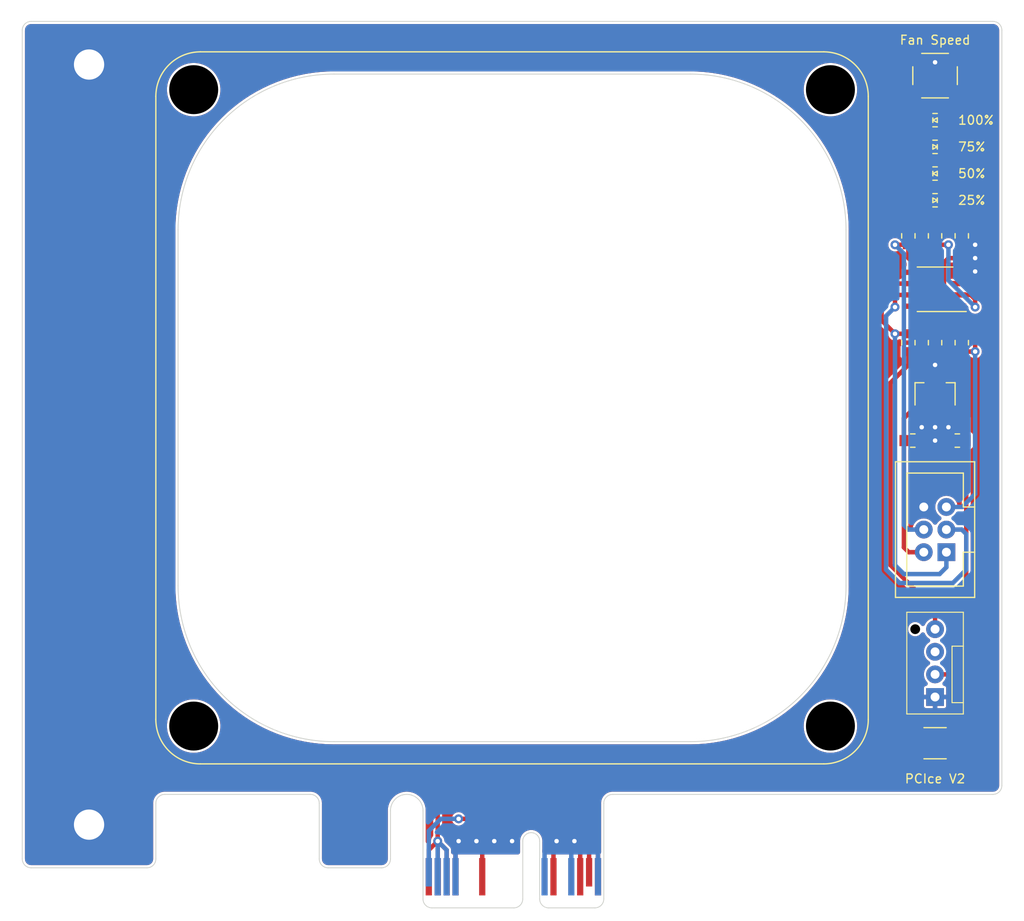
<source format=kicad_pcb>
(kicad_pcb (version 20211014) (generator pcbnew)
  (layers (0 "F.Cu" signal) (31 "B.Cu" signal) (34 "B.Paste" user) (35 "F.Paste" user) (36 "B.SilkS" user "B.Silkscreen") (37 "F.SilkS" user "F.Silkscreen") (38 "B.Mask" user) (39 "F.Mask" user) (44 "Edge.Cuts" user))
  (net 0 "")
  (net 1 "+12V")
  (net 2 "GND")
  (net 3 "+5V")
  (net 4 "/PB2")
  (net 5 "Net-(D1-Pad2)")
  (net 6 "Net-(D2-Pad1)")
  (net 7 "Net-(F1-Pad2)")
  (net 8 "/PB1")
  (net 9 "/PB0")
  (net 10 "/RESET")
  (net 12 "Net-(J2-Pad4)")
  (net 13 "Net-(J3-PadA1)")
  (net 14 "/PB3")
  (net 15 "/PB4")
  (footprint "_Footprints:PCIE_X1_12V" (layer "F.Cu") (at 50 150)
    (fp_text reference "J3" hide)
    (fp_text value "PCIE X1 12V" hide)
    (fp_line (start 65.3 3.5) (end 65.3 -7.25) (layer "Edge.Cuts") (width 0.1))
    (fp_line (start 45 3.5) (end 45 -6.425) (layer "Edge.Cuts") (width 0.1))
    (fp_line (start 59.1 4.5) (end 64.3 4.5) (layer "Edge.Cuts") (width 0.1))
    (fp_line (start 46 4.5) (end 55.2 4.5) (layer "Edge.Cuts") (width 0.1))
    (fp_line (start 56.2 -3) (end 56.2 3.5) (layer "Edge.Cuts") (width 0.1))
    (fp_line (start 0 -1) (end 0 -94.1) (layer "Edge.Cuts") (width 0.1))
    (fp_line (start 1 -95.1) (end 66.3 -95.1) (layer "Edge.Cuts") (width 0.1))
    (fp_line (start 58.1 -3) (end 58.1 3.5) (layer "Edge.Cuts") (width 0.1))
    (fp_line (start 41.35 -6.425) (end 41.35 -1) (layer "Edge.Cuts") (width 0.1))
    (fp_line (start 1 0) (end 14 0) (layer "Edge.Cuts") (width 0.1))
    (fp_line (start 33.35 -1) (end 33.35 -7.25) (layer "Edge.Cuts") (width 0.1))
    (fp_line (start 40.35 0) (end 34.35 0) (layer "Edge.Cuts") (width 0.1))
    (fp_line (start 15 -1) (end 15 -7.25) (layer "Edge.Cuts") (width 0.1))
    (fp_line (start 32.35 -8.25) (end 16 -8.25) (layer "Edge.Cuts") (width 0.1))
    (fp_arc (start 46 4.5) (mid 45.292894 4.207106) (end 45 3.5) (layer "Edge.Cuts") (width 0.1))
    (fp_arc (start 41.35 -6.425) (mid 43.175 -8.25) (end 45 -6.425) (layer "Edge.Cuts") (width 0.1))
    (fp_arc (start 32.35 -8.25) (mid 33.057106 -7.957106) (end 33.35 -7.25) (layer "Edge.Cuts") (width 0.1))
    (fp_arc (start 59.1 4.5) (mid 58.392894 4.207106) (end 58.1 3.5) (layer "Edge.Cuts") (width 0.1))
    (fp_arc (start 41.35 -1) (mid 41.057106 -0.292894) (end 40.35 0) (layer "Edge.Cuts") (width 0.1))
    (fp_arc (start 56.2 -3) (mid 57.15 -3.95) (end 58.1 -3) (layer "Edge.Cuts") (width 0.1))
    (fp_arc (start 65.3 -7.25) (mid 65.592894 -7.957106) (end 66.3 -8.25) (layer "Edge.Cuts") (width 0.1))
    (fp_arc (start 65.3 3.5) (mid 65.007106 4.207106) (end 64.3 4.5) (layer "Edge.Cuts") (width 0.1))
    (fp_arc (start 34.35 0) (mid 33.642894 -0.292894) (end 33.35 -1) (layer "Edge.Cuts") (width 0.1))
    (fp_arc (start 1 0) (mid 0.292894 -0.292894) (end 0 -1) (layer "Edge.Cuts") (width 0.1))
    (fp_arc (start 15 -1) (mid 14.707106 -0.292894) (end 14 0) (layer "Edge.Cuts") (width 0.1))
    (fp_arc (start 0 -94.1) (mid 0.292893 -94.807107) (end 1 -95.1) (layer "Edge.Cuts") (width 0.1))
    (fp_arc (start 56.2 3.5) (mid 55.907106 4.207106) (end 55.2 4.5) (layer "Edge.Cuts") (width 0.1))
    (fp_arc (start 15 -7.25) (mid 15.292894 -7.957106) (end 16 -8.25) (layer "Edge.Cuts") (width 0.1))
    (pad "A1" connect rect locked (at 45.65 0.5) (size 0.7 3.2) (layers "B.Cu" "B.Mask") (net 13 "Net-(J3-PadA1)"))
    (pad "A2" connect rect locked (at 46.65 1) (size 0.7 4.2) (layers "B.Cu" "B.Mask") (net 7 "Net-(F1-Pad2)"))
    (pad "A3" connect rect locked (at 47.65 1) (size 0.7 4.2) (layers "B.Cu" "B.Mask") (net 7 "Net-(F1-Pad2)"))
    (pad "A4" connect rect locked (at 48.65 1) (size 0.7 4.2) (layers "B.Cu" "B.Mask") (net 2 "GND"))
    (pad "A12" connect rect locked (at 58.65 1) (size 0.7 4.2) (layers "B.Cu" "B.Mask") (net 2 "GND"))
    (pad "A15" connect rect locked (at 61.65 1) (size 0.7 4.2) (layers "B.Cu" "B.Mask") (net 2 "GND"))
    (pad "A18" connect rect locked (at 64.65 1) (size 0.7 4.2) (layers "B.Cu" "B.Mask") (net 2 "GND"))
    (pad "B1" connect rect locked (at 45.65 1) (size 0.7 4.2) (layers "F.Cu" "F.Mask") (net 7 "Net-(F1-Pad2)"))
    (pad "B2" connect rect locked (at 46.65 1) (size 0.7 4.2) (layers "F.Cu" "F.Mask") (net 7 "Net-(F1-Pad2)"))
    (pad "B3" connect rect locked (at 47.65 1) (size 0.7 4.2) (layers "F.Cu" "F.Mask") (net 7 "Net-(F1-Pad2)"))
    (pad "B4" connect rect locked (at 48.65 1) (size 0.7 4.2) (layers "F.Cu" "F.Mask") (net 2 "GND"))
    (pad "B7" connect rect locked (at 51.65 1) (size 0.7 4.2) (layers "F.Cu" "F.Mask") (net 2 "GND"))
    (pad "B13" connect rect locked (at 59.65 1) (size 0.7 4.2) (layers "F.Cu" "F.Mask") (net 2 "GND"))
    (pad "B16" connect rect locked (at 62.65 1) (size 0.7 4.2) (layers "F.Cu" "F.Mask") (net 2 "GND"))
    (pad "B17" connect rect locked (at 63.65 0.5) (size 0.7 3.2) (layers "F.Cu" "F.Mask") (net 13 "Net-(J3-PadA1)"))
    (pad "B18" connect rect locked (at 64.65 1) (size 0.7 4.2) (layers "F.Cu" "F.Mask") (net 2 "GND"))
    (pad "BRACKET" thru_hole circle locked (at 7.5 -90.25) (size 6 6) (drill 3.4) (layers *.Cu *.Mask) (net 2 "GND"))
    (pad "BRACKET" thru_hole circle locked (at 7.5 -4.85) (size 6 6) (drill 3.4) (layers *.Cu *.Mask) (net 2 "GND"))
  )
  (footprint "_Footprints:LED_0805" (layer "F.Cu") (at 152.5 72)
    (fp_text reference "D2" hide)
    (fp_text value "LED" hide)
    (fp_line (start -0.25 0) (end 0.25 0.25) (layer "F.SilkS") (width 0.15))
    (fp_line (start -0.25 0.25) (end -0.25 -0.25) (layer "F.SilkS") (width 0.15))
    (fp_line (start -0.25 -0.75) (end 0.25 -0.75) (layer "F.SilkS") (width 0.15))
    (fp_line (start 0.25 0.25) (end 0.25 -0.25) (layer "F.SilkS") (width 0.15))
    (fp_line (start -0.25 0.75) (end 0.25 0.75) (layer "F.SilkS") (width 0.15))
    (fp_line (start 0.25 -0.25) (end -0.25 0) (layer "F.SilkS") (width 0.15))
    (pad "1" smd rect (at -1 0) (size 1 1.25) (layers "F.Cu" "F.Paste" "F.Mask") (net 6 "Net-(D2-Pad1)"))
    (pad "2" smd rect (at 1 0) (size 1 1.25) (layers "F.Cu" "F.Paste" "F.Mask") (net 4 "/PB2"))
  )
  (footprint "_Footprints:GENERIC_LOW_PROFILE_SWITCH" (layer "F.Cu") (at 152.5 61)
    (fp_text reference "SW1" hide)
    (fp_text value "LPTS" hide)
    (fp_line (start -1.5 -2.5) (end 1.5 -2.5) (layer "F.SilkS") (width 0.15))
    (fp_line (start -2.5 1) (end -2.5 -1) (layer "F.SilkS") (width 0.15))
    (fp_line (start -1.5 2.5) (end 1.5 2.5) (layer "F.SilkS") (width 0.15))
    (fp_line (start 2.5 1) (end 2.5 -1) (layer "F.SilkS") (width 0.15))
    (pad "1" smd rect (at -3 -1.875) (size 1.5 1) (layers "F.Cu" "F.Paste" "F.Mask") (net 2 "GND"))
    (pad "1" smd rect (at 3 -1.875) (size 1.5 1) (layers "F.Cu" "F.Paste" "F.Mask") (net 2 "GND"))
    (pad "2" smd rect (at -3 1.875) (size 1.5 1) (layers "F.Cu" "F.Paste" "F.Mask") (net 15 "/PB4"))
    (pad "2" smd rect (at 3 1.875) (size 1.5 1) (layers "F.Cu" "F.Paste" "F.Mask") (net 15 "/PB4"))
  )
  (footprint "_Footprints:C_0805" (layer "F.Cu") (at 150 102)
    (fp_text reference "C2" hide)
    (fp_text value "1U" hide)
    (fp_line (start -0.25 -0.75) (end 0.25 -0.75) (layer "F.SilkS") (width 0.15))
    (fp_line (start -0.25 0.75) (end 0.25 0.75) (layer "F.SilkS") (width 0.15))
    (pad "1" smd rect (at -1 0) (size 1 1.25) (layers "F.Cu" "F.Paste" "F.Mask") (net 3 "+5V"))
    (pad "2" smd rect (at 1 0) (size 1 1.25) (layers "F.Cu" "F.Paste" "F.Mask") (net 2 "GND"))
  )
  (footprint "_Footprints:744-81-04TB1B" (layer "F.Cu") (at 152.5 127 90)
    (fp_text reference "J2" hide)
    (fp_text value "CON 3+1" hide)
    (fp_line (start -4.445 3.175) (end -4.445 1.905) (layer "F.SilkS") (width 0.12))
    (fp_line (start 5.715 -3.175) (end 5.715 3.175) (layer "F.SilkS") (width 0.12))
    (fp_line (start 1.905 1.905) (end 1.905 3.175) (layer "F.SilkS") (width 0.12))
    (fp_line (start -4.445 1.905) (end 1.905 1.905) (layer "F.SilkS") (width 0.12))
    (fp_line (start -5.715 3.175) (end -5.715 -3.175) (layer "F.SilkS") (width 0.12))
    (fp_line (start -5.715 -3.175) (end 5.715 -3.175) (layer "F.SilkS") (width 0.12))
    (fp_line (start 5.715 3.175) (end -5.715 3.175) (layer "F.SilkS") (width 0.12))
    (pad "" np_thru_hole circle (at 3.81 -2.23 90) (size 1.1 1.1) (drill 1.1) (layers *.Mask))
    (pad "1" thru_hole rect (at -3.81 0 90) (size 2 2) (drill 1) (layers *.Cu *.Mask) (net 2 "GND"))
    (pad "2" thru_hole circle (at -1.27 0 90) (size 2 2) (drill 1) (layers *.Cu *.Mask) (net 1 "+12V"))
    (pad "3" thru_hole circle (at 1.27 0 90) (size 2 2) (drill 1) (layers *.Cu *.Mask))
    (pad "4" thru_hole circle (at 3.81 0 90) (size 2 2) (drill 1) (layers *.Cu *.Mask) (net 12 "Net-(J2-Pad4)"))
  )
  (footprint "_Footprints:R_0805" (layer "F.Cu") (at 155.5 91 -90)
    (fp_text reference "R4" hide)
    (fp_text value "4K7" hide)
    (fp_line (start -0.25 0.75) (end 0.25 0.75) (layer "F.SilkS") (width 0.15))
    (fp_line (start -0.25 -0.75) (end 0.25 -0.75) (layer "F.SilkS") (width 0.15))
    (pad "1" smd rect (at -1 0 270) (size 1 1.25) (layers "F.Cu" "F.Paste" "F.Mask") (net 3 "+5V"))
    (pad "2" smd rect (at 1 0 270) (size 1 1.25) (layers "F.Cu" "F.Paste" "F.Mask") (net 10 "/RESET"))
  )
  (footprint "_Footprints:LED_0805" (layer "F.Cu") (at 152.5 69 180)
    (fp_text reference "D1" hide)
    (fp_text value "LED" hide)
    (fp_line (start 0.25 -0.25) (end -0.25 0) (layer "F.SilkS") (width 0.15))
    (fp_line (start -0.25 -0.75) (end 0.25 -0.75) (layer "F.SilkS") (width 0.15))
    (fp_line (start 0.25 0.25) (end 0.25 -0.25) (layer "F.SilkS") (width 0.15))
    (fp_line (start -0.25 0.25) (end -0.25 -0.25) (layer "F.SilkS") (width 0.15))
    (fp_line (start -0.25 0.75) (end 0.25 0.75) (layer "F.SilkS") (width 0.15))
    (fp_line (start -0.25 0) (end 0.25 0.25) (layer "F.SilkS") (width 0.15))
    (pad "1" smd rect (at -1 0 180) (size 1 1.25) (layers "F.Cu" "F.Paste" "F.Mask") (net 4 "/PB2"))
    (pad "2" smd rect (at 1 0 180) (size 1 1.25) (layers "F.Cu" "F.Paste" "F.Mask") (net 5 "Net-(D1-Pad2)"))
  )
  (footprint "_Footprints:FAN_80" (layer "F.Cu") (at 105 98.325)
    (fp_text reference "REF**" hide)
    (fp_text value "FAN_80" hide)
    (fp_line (start 35 -40) (end -35 -40) (layer "F.SilkS") (width 0.15))
    (fp_line (start 40 35) (end 40 -35) (layer "F.SilkS") (width 0.15))
    (fp_line (start -40 -35) (end -40 35) (layer "F.SilkS") (width 0.15))
    (fp_line (start -35 40) (end 35 40) (layer "F.SilkS") (width 0.15))
    (fp_arc (start -35 40) (mid -38.535534 38.535534) (end -40 35) (layer "F.SilkS") (width 0.15))
    (fp_arc (start 40 35) (mid 38.535534 38.535534) (end 35 40) (layer "F.SilkS") (width 0.15))
    (fp_arc (start 35 -40) (mid 38.535534 -38.535534) (end 40 -35) (layer "F.SilkS") (width 0.15))
    (fp_arc (start -40 -35) (mid -38.535534 -38.535534) (end -35 -40) (layer "F.SilkS") (width 0.15))
    (fp_line (start -37.5 -20) (end -37.5 20) (layer "Edge.Cuts") (width 0.1))
    (fp_line (start 37.5 20) (end 37.5 -20) (layer "Edge.Cuts") (width 0.1))
    (fp_line (start 20 -37.5) (end -20 -37.5) (layer "Edge.Cuts") (width 0.1))
    (fp_line (start -20 37.5) (end 20 37.5) (layer "Edge.Cuts") (width 0.1))
    (fp_arc (start 20 -37.5) (mid 32.374369 -32.374369) (end 37.5 -20) (layer "Edge.Cuts") (width 0.1))
    (fp_arc (start 37.5 20) (mid 32.374369 32.374369) (end 20 37.5) (layer "Edge.Cuts") (width 0.1))
    (fp_arc (start -37.5 -20) (mid -32.374369 -32.374369) (end -20 -37.5) (layer "Edge.Cuts") (width 0.1))
    (fp_arc (start -20 37.5) (mid -32.374369 32.374369) (end -37.5 20) (layer "Edge.Cuts") (width 0.1))
    (pad "" np_thru_hole circle locked (at 35.75 35.75) (size 5.5 5.5) (drill 5.5) (layers *.Mask))
    (pad "" np_thru_hole circle locked (at -35.75 35.75) (size 5.5 5.5) (drill 5.5) (layers *.Mask))
    (pad "" np_thru_hole circle locked (at -35.75 -35.75) (size 5.5 5.5) (drill 5.5) (layers *.Mask))
    (pad "" np_thru_hole circle locked (at 35.75 -35.75) (size 5.5 5.5) (drill 5.5) (layers *.Mask))
  )
  (footprint "_Footprints:C_0805" (layer "F.Cu") (at 152.5 91 -90)
    (fp_text reference "C3" hide)
    (fp_text value "100N" hide)
    (fp_line (start -0.25 0.75) (end 0.25 0.75) (layer "F.SilkS") (width 0.15))
    (fp_line (start -0.25 -0.75) (end 0.25 -0.75) (layer "F.SilkS") (width 0.15))
    (pad "1" smd rect (at -1 0 270) (size 1 1.25) (layers "F.Cu" "F.Paste" "F.Mask") (net 3 "+5V"))
    (pad "2" smd rect (at 1 0 270) (size 1 1.25) (layers "F.Cu" "F.Paste" "F.Mask") (net 2 "GND"))
  )
  (footprint "_Footprints:R_0805" (layer "F.Cu") (at 152.5 79 -90)
    (fp_text reference "R3" hide)
    (fp_text value "4K7" hide)
    (fp_line (start -0.25 0.75) (end 0.25 0.75) (layer "F.SilkS") (width 0.15))
    (fp_line (start -0.25 -0.75) (end 0.25 -0.75) (layer "F.SilkS") (width 0.15))
    (pad "1" smd rect (at -1 0 270) (size 1 1.25) (layers "F.Cu" "F.Paste" "F.Mask") (net 6 "Net-(D2-Pad1)"))
    (pad "2" smd rect (at 1 0 270) (size 1 1.25) (layers "F.Cu" "F.Paste" "F.Mask") (net 14 "/PB3"))
  )
  (footprint "_Footprints:LED_0805" (layer "F.Cu") (at 152.5 75 180)
    (fp_text reference "D4" hide)
    (fp_text value "LED" hide)
    (fp_line (start 0.25 -0.25) (end -0.25 0) (layer "F.SilkS") (width 0.15))
    (fp_line (start -0.25 -0.75) (end 0.25 -0.75) (layer "F.SilkS") (width 0.15))
    (fp_line (start -0.25 0.75) (end 0.25 0.75) (layer "F.SilkS") (width 0.15))
    (fp_line (start -0.25 0.25) (end -0.25 -0.25) (layer "F.SilkS") (width 0.15))
    (fp_line (start 0.25 0.25) (end 0.25 -0.25) (layer "F.SilkS") (width 0.15))
    (fp_line (start -0.25 0) (end 0.25 0.25) (layer "F.SilkS") (width 0.15))
    (pad "1" smd rect (at -1 0 180) (size 1 1.25) (layers "F.Cu" "F.Paste" "F.Mask") (net 4 "/PB2"))
    (pad "2" smd rect (at 1 0 180) (size 1 1.25) (layers "F.Cu" "F.Paste" "F.Mask") (net 6 "Net-(D2-Pad1)"))
  )
  (footprint "_Footprints:R_0805" (layer "F.Cu") (at 149.5 79 -90)
    (fp_text reference "R2" hide)
    (fp_text value "4K7" hide)
    (fp_line (start -0.25 0.75) (end 0.25 0.75) (layer "F.SilkS") (width 0.15))
    (fp_line (start -0.25 -0.75) (end 0.25 -0.75) (layer "F.SilkS") (width 0.15))
    (pad "1" smd rect (at -1 0 270) (size 1 1.25) (layers "F.Cu" "F.Paste" "F.Mask") (net 5 "Net-(D1-Pad2)"))
    (pad "2" smd rect (at 1 0 270) (size 1 1.25) (layers "F.Cu" "F.Paste" "F.Mask") (net 9 "/PB0"))
  )
  (footprint "_Footprints:LOGO_7C_6X5" (layer "F.Cu") (at 87.375 145.875)
    (fp_text reference "REF**" hide)
    (fp_text value "LOGO_7C" hide)
  )
  (footprint "_Footprints:SOIC-8" (layer "F.Cu") (at 152.5 85 180)
    (fp_text reference "U2" hide)
    (fp_text value "ATTINY13A" hide)
    (fp_line (start -3.5 -2.5) (end 2 -2.5) (layer "F.SilkS") (width 0.15))
    (fp_line (start -2 2.5) (end 2 2.5) (layer "F.SilkS") (width 0.15))
    (pad "1" smd rect (at -2.7 -1.905 180) (size 1.6 0.6) (layers "F.Cu" "F.Paste" "F.Mask") (net 10 "/RESET"))
    (pad "2" smd rect (at -2.7 -0.635 180) (size 1.6 0.6) (layers "F.Cu" "F.Paste" "F.Mask") (net 14 "/PB3"))
    (pad "3" smd rect (at -2.7 0.635 180) (size 1.6 0.6) (layers "F.Cu" "F.Paste" "F.Mask") (net 15 "/PB4"))
    (pad "4" smd rect (at -2.7 1.905 180) (size 1.6 0.6) (layers "F.Cu" "F.Paste" "F.Mask") (net 2 "GND"))
    (pad "5" smd rect (at 2.7 1.905 180) (size 1.6 0.6) (layers "F.Cu" "F.Paste" "F.Mask") (net 9 "/PB0"))
    (pad "6" smd rect (at 2.7 0.635 180) (size 1.6 0.6) (layers "F.Cu" "F.Paste" "F.Mask") (net 8 "/PB1"))
    (pad "7" smd rect (at 2.7 -0.635 180) (size 1.6 0.6) (layers "F.Cu" "F.Paste" "F.Mask") (net 4 "/PB2"))
    (pad "8" smd rect (at 2.7 -1.905 180) (size 1.6 0.6) (layers "F.Cu" "F.Paste" "F.Mask") (net 3 "+5V"))
  )
  (footprint "_Footprints:R_0805" (layer "F.Cu") (at 149.5 91 -90)
    (fp_text reference "R1" hide)
    (fp_text value "220" hide)
    (fp_line (start -0.25 -0.75) (end 0.25 -0.75) (layer "F.SilkS") (width 0.15))
    (fp_line (start -0.25 0.75) (end 0.25 0.75) (layer "F.SilkS") (width 0.15))
    (pad "1" smd rect (at -1 0 270) (size 1 1.25) (layers "F.Cu" "F.Paste" "F.Mask") (net 8 "/PB1"))
    (pad "2" smd rect (at 1 0 270) (size 1 1.25) (layers "F.Cu" "F.Paste" "F.Mask") (net 12 "Net-(J2-Pad4)"))
  )
  (footprint "_Footprints:LED_0805" (layer "F.Cu") (at 152.5 66)
    (fp_text reference "D3" hide)
    (fp_text value "LED" hide)
    (fp_line (start -0.25 -0.75) (end 0.25 -0.75) (layer "F.SilkS") (width 0.15))
    (fp_line (start -0.25 0.25) (end -0.25 -0.25) (layer "F.SilkS") (width 0.15))
    (fp_line (start -0.25 0) (end 0.25 0.25) (layer "F.SilkS") (width 0.15))
    (fp_line (start 0.25 -0.25) (end -0.25 0) (layer "F.SilkS") (width 0.15))
    (fp_line (start -0.25 0.75) (end 0.25 0.75) (layer "F.SilkS") (width 0.15))
    (fp_line (start 0.25 0.25) (end 0.25 -0.25) (layer "F.SilkS") (width 0.15))
    (pad "1" smd rect (at -1 0) (size 1 1.25) (layers "F.Cu" "F.Paste" "F.Mask") (net 5 "Net-(D1-Pad2)"))
    (pad "2" smd rect (at 1 0) (size 1 1.25) (layers "F.Cu" "F.Paste" "F.Mask") (net 4 "/PB2"))
  )
  (footprint "_Footprints:C_0805" (layer "F.Cu") (at 155 102 180)
    (fp_text reference "C1" hide)
    (fp_text value "1U" hide)
    (fp_line (start -0.25 -0.75) (end 0.25 -0.75) (layer "F.SilkS") (width 0.15))
    (fp_line (start -0.25 0.75) (end 0.25 0.75) (layer "F.SilkS") (width 0.15))
    (pad "1" smd rect (at -1 0 180) (size 1 1.25) (layers "F.Cu" "F.Paste" "F.Mask") (net 1 "+12V"))
    (pad "2" smd rect (at 1 0 180) (size 1 1.25) (layers "F.Cu" "F.Paste" "F.Mask") (net 2 "GND"))
  )
  (footprint "_Footprints:SOT89-3" (layer "F.Cu") (at 152.5 97)
    (fp_text reference "U1" hide)
    (fp_text value "5V SOT-89 REG" hide)
    (fp_line (start 2.25 -1.5) (end 1.25 -1.5) (layer "F.SilkS") (width 0.15))
    (fp_line (start -2.25 -1.5) (end -1.25 -1.5) (layer "F.SilkS") (width 0.15))
    (fp_line (start -2.25 1) (end -2.25 -1.5) (layer "F.SilkS") (width 0.15))
    (fp_line (start 2.25 1) (end 2.25 -1.5) (layer "F.SilkS") (width 0.15))
    (pad "1" smd rect (at -1.5 1.5) (size 0.75 1.5) (layers "F.Cu" "F.Paste" "F.Mask") (net 3 "+5V"))
    (pad "2" smd custom (at 0 1.5) (size 0.75 1.5) (layers "F.Cu" "F.Paste" "F.Mask") (net 2 "GND") (options (clearance outline) (anchor rect)) (primitives (gr_poly (pts (xy 1 -1.5) (xy 0.375 -0.75) (xy -0.375 -0.75) (xy -1 -1.5) (xy -1 -3.75) (xy 1 -3.75)) (width 0) (fill yes))))
    (pad "3" smd rect (at 1.5 1.5) (size 0.75 1.5) (layers "F.Cu" "F.Paste" "F.Mask") (net 1 "+12V"))
  )
  (footprint "_Footprints:R_0805" (layer "F.Cu") (at 155.5 79 90)
    (fp_text reference "R5" hide)
    (fp_text value "4K7" hide)
    (fp_line (start -0.25 0.75) (end 0.25 0.75) (layer "F.SilkS") (width 0.15))
    (fp_line (start -0.25 -0.75) (end 0.25 -0.75) (layer "F.SilkS") (width 0.15))
    (pad "1" smd rect (at -1 0 90) (size 1 1.25) (layers "F.Cu" "F.Paste" "F.Mask") (net 3 "+5V"))
    (pad "2" smd rect (at 1 0 90) (size 1 1.25) (layers "F.Cu" "F.Paste" "F.Mask") (net 15 "/PB4"))
  )
  (footprint "_Footprints:GENERIC_IDC_2X3" (layer "F.Cu") (at 152.5 112 90)
    (fp_text reference "J1" hide)
    (fp_text value "CON 2X3" hide)
    (fp_line (start -7.62 4.445) (end -7.62 -4.445) (layer "F.SilkS") (width 0.15))
    (fp_line (start 2.54 4.445) (end 2.54 3.175) (layer "F.SilkS") (width 0.15))
    (fp_line (start -2.54 4.445) (end -2.54 3.175) (layer "F.SilkS") (width 0.15))
    (fp_line (start -6.35 -3.175) (end -6.35 3.175) (layer "F.SilkS") (width 0.15))
    (fp_line (start 7.62 4.445) (end -7.62 4.445) (layer "F.SilkS") (width 0.15))
    (fp_line (start 7.62 -4.445) (end 7.62 4.445) (layer "F.SilkS") (width 0.15))
    (fp_line (start -6.35 -3.175) (end 6.35 -3.175) (layer "F.SilkS") (width 0.15))
    (fp_line (start -2.54 3.175) (end -6.35 3.175) (layer "F.SilkS") (width 0.15))
    (fp_line (start 2.54 3.175) (end 6.35 3.175) (layer "F.SilkS") (width 0.15))
    (fp_line (start -7.62 -4.445) (end 7.62 -4.445) (layer "F.SilkS") (width 0.15))
    (fp_line (start 6.35 -3.175) (end 6.35 3.175) (layer "F.SilkS") (width 0.15))
    (pad "1" thru_hole rect (at -2.54 1.27 90) (size 2 2) (drill 1) (layers *.Cu *.Mask) (net 8 "/PB1"))
    (pad "2" thru_hole circle (at -2.54 -1.27 90) (size 2 2) (drill 1) (layers *.Cu *.Mask) (net 3 "+5V"))
    (pad "3" thru_hole circle (at 0 1.27 90) (size 2 2) (drill 1) (layers *.Cu *.Mask) (net 4 "/PB2"))
    (pad "4" thru_hole circle (at 0 -1.27 90) (size 2 2) (drill 1) (layers *.Cu *.Mask) (net 9 "/PB0"))
    (pad "5" thru_hole circle (at 2.54 1.27 90) (size 2 2) (drill 1) (layers *.Cu *.Mask) (net 10 "/RESET"))
    (pad "6" thru_hole circle (at 2.54 -1.27 90) (size 2 2) (drill 1) (layers *.Cu *.Mask) (net 2 "GND"))
  )
  (footprint "_Footprints:F_1812" (layer "F.Cu") (at 152.5 136 180)
    (fp_text reference "F1" hide)
    (fp_text value "1A" hide)
    (fp_line (start -1.25 1.75) (end 1.25 1.75) (layer "F.SilkS") (width 0.15))
    (fp_line (start -1.25 -1.75) (end 1.25 -1.75) (layer "F.SilkS") (width 0.15))
    (pad "1" smd rect (at -2.375 0 180) (size 1.75 3.25) (layers "F.Cu" "F.Paste" "F.Mask") (net 1 "+12V"))
    (pad "2" smd rect (at 2.375 0 180) (size 1.75 3.25) (layers "F.Cu" "F.Paste" "F.Mask") (net 7 "Net-(F1-Pad2)"))
  )
  (footprint "_Footprints:LOGO_7C_6X5" (layer "B.Cu") (at 87.375 145.875 180)
    (fp_text reference "REF**" hide)
    (fp_text value "LOGO_7C" hide)
  )
  (gr_line locked (start 116.3 54.9) (end 159 54.9) (layer "Edge.Cuts") (width 0.1))
  (gr_line locked (start 160 55.9) (end 160 140.75) (layer "Edge.Cuts") (width 0.1))
  (gr_arc locked (start 159 54.9) (mid 159.707107 55.192893) (end 160 55.9) (layer "Edge.Cuts") (width 0.1))
  (gr_line locked (start 159 141.75) (end 116.3 141.75) (layer "Edge.Cuts") (width 0.1))
  (gr_arc locked (start 160 140.75) (mid 159.707107 141.457107) (end 159 141.75) (layer "Edge.Cuts") (width 0.1))
  (gr_text "25%" (at 155 75) (layer "F.SilkS") (effects (font (size 1 1)) (justify left)))
  (gr_text "100%" (at 155 66) (layer "F.SilkS") (effects (font (size 1 1)) (justify left)))
  (gr_text "PCIce V2" (at 152.5 140) (layer "F.SilkS") (effects (font (size 1 1))))
  (gr_text "50%" (at 155 72) (layer "F.SilkS") (effects (font (size 1 1)) (justify left)))
  (gr_text "Fan Speed" (at 152.5 57) (layer "F.SilkS") (effects (font (size 1 1))))
  (gr_text "75%" (at 155 69) (layer "F.SilkS") (effects (font (size 1 1)) (justify left)))
  (segment (start 156 99.5) (end 155 98.5) (width 0.5) (layer "F.Cu") (net 1))
  (segment (start 156 128.105787) (end 156 102) (width 0.5) (layer "F.Cu") (net 1))
  (segment (start 155 98.5) (end 154 98.5) (width 0.5) (layer "F.Cu") (net 1))
  (segment (start 154.875 129.230787) (end 156 128.105787) (width 0.5) (layer "F.Cu") (net 1))
  (segment (start 156 102) (end 156 99.5) (width 0.5) (layer "F.Cu") (net 1))
  (segment (start 153.914213 128.27) (end 152.5 128.27) (width 0.5) (layer "F.Cu") (net 1))
  (segment (start 154.875 129.230787) (end 153.914213 128.27) (width 0.5) (layer "F.Cu") (net 1))
  (segment (start 154.875 136) (end 154.875 129.230787) (width 0.5) (layer "F.Cu") (net 1))
  (segment (start 101.65 151) (end 101.65 148) (width 0.5) (layer "F.Cu") (net 2))
  (segment (start 98.65 151) (end 98.65 148) (width 0.5) (layer "F.Cu") (net 2))
  (segment (start 109.65 151) (end 109.65 148) (width 0.5) (layer "F.Cu") (net 2))
  (segment (start 114.65 151) (end 114.65 148) (width 0.5) (layer "F.Cu") (net 2))
  (segment (start 112.65 151) (end 112.65 148) (width 0.5) (layer "F.Cu") (net 2))
  (via (at 151 100.5) (size 1) (drill 0.5) (layers "F.Cu" "B.Cu") (net 2))
  (via (at 157 80) (size 1) (drill 0.5) (layers "F.Cu" "B.Cu") (net 2))
  (via (at 105 147) (size 1) (drill 0.5) (layers "F.Cu" "B.Cu") (net 2))
  (via (at 103 147) (size 1) (drill 0.5) (layers "F.Cu" "B.Cu") (net 2))
  (via (at 154 100.5) (size 1) (drill 0.5) (layers "F.Cu" "B.Cu") (net 2))
  (via (at 152.5 102) (size 1) (drill 0.5) (layers "F.Cu" "B.Cu") (net 2))
  (via (at 152.5 100.5) (size 1) (drill 0.5) (layers "F.Cu" "B.Cu") (net 2))
  (via (at 157 83) (size 1) (drill 0.5) (layers "F.Cu" "B.Cu") (net 2))
  (via (at 157 81.5) (size 1) (drill 0.5) (layers "F.Cu" "B.Cu") (net 2))
  (via (at 110 147) (size 1) (drill 0.5) (layers "F.Cu" "B.Cu") (net 2))
  (via (at 152.5 93.5) (size 1) (drill 0.5) (layers "F.Cu" "B.Cu") (net 2))
  (via (at 152.5 59.5) (size 1) (drill 0.5) (layers "F.Cu" "B.Cu") (net 2))
  (via (at 99 147) (size 1) (drill 0.5) (layers "F.Cu" "B.Cu") (net 2))
  (via (at 112 147) (size 1) (drill 0.5) (layers "F.Cu" "B.Cu") (net 2))
  (via (at 101 147) (size 1) (drill 0.5) (layers "F.Cu" "B.Cu") (net 2))
  (segment (start 108.65 151) (end 108.65 148) (width 0.5) (layer "B.Cu") (net 2))
  (segment (start 98.65 151) (end 98.65 148) (width 0.5) (layer "B.Cu") (net 2))
  (segment (start 111.65 151) (end 111.65 148) (width 0.5) (layer "B.Cu") (net 2))
  (segment (start 114.65 151) (end 114.65 148) (width 0.5) (layer "B.Cu") (net 2))
  (segment (start 149.8 86.905) (end 151.595 86.905) (width 0.5) (layer "F.Cu") (net 3))
  (segment (start 155.5 90) (end 152.5 90) (width 0.5) (layer "F.Cu") (net 3))
  (segment (start 152.5 90) (end 151.5 90) (width 0.5) (layer "F.Cu") (net 3))
  (segment (start 150 98.5) (end 151 98.5) (width 0.5) (layer "F.Cu") (net 3))
  (segment (start 152.5 87.81) (end 151.595 86.905) (width 0.5) (layer "F.Cu") (net 3))
  (segment (start 155.5 81) (end 155.5 80) (width 0.5) (layer "F.Cu") (net 3))
  (segment (start 149.54 114.54) (end 151.23 114.54) (width 0.5) (layer "F.Cu") (net 3))
  (segment (start 149 102) (end 149 114) (width 0.5) (layer "F.Cu") (net 3))
  (segment (start 151.595 86.905) (end 153.5 85) (width 0.5) (layer "F.Cu") (net 3))
  (segment (start 149 102) (end 149 99.5) (width 0.5) (layer "F.Cu") (net 3))
  (segment (start 151 90.5) (end 151 98.5) (width 0.5) (layer "F.Cu") (net 3))
  (segment (start 149 99.5) (end 150 98.5) (width 0.5) (layer "F.Cu") (net 3))
  (segment (start 149 114) (end 149.54 114.54) (width 0.5) (layer "F.Cu") (net 3))
  (segment (start 153.5 82) (end 154 81.5) (width 0.5) (layer "F.Cu") (net 3))
  (segment (start 153.5 85) (end 153.5 82) (width 0.5) (layer "F.Cu") (net 3))
  (segment (start 155 81.5) (end 155.5 81) (width 0.5) (layer "F.Cu") (net 3))
  (segment (start 154 81.5) (end 155 81.5) (width 0.5) (layer "F.Cu") (net 3))
  (segment (start 152.5 90) (end 152.5 87.81) (width 0.5) (layer "F.Cu") (net 3))
  (segment (start 151.5 90) (end 151 90.5) (width 0.5) (layer "F.Cu") (net 3))
  (segment (start 153.5 70.5) (end 150.5 70.5) (width 0.5) (layer "F.Cu") (net 4))
  (segment (start 152.5 84.5) (end 151.365 85.635) (width 0.5) (layer "F.Cu") (net 4))
  (segment (start 152.5 82) (end 152.5 84.5) (width 0.5) (layer "F.Cu") (net 4))
  (segment (start 153.5 70.5) (end 153.5 72) (width 0.5) (layer "F.Cu") (net 4))
  (segment (start 150 76) (end 151 77) (width 0.5) (layer "F.Cu") (net 4))
  (segment (start 153.5 66) (end 153.5 69) (width 0.5) (layer "F.Cu") (net 4))
  (segment (start 153.5 69) (end 153.5 70.5) (width 0.5) (layer "F.Cu") (net 4))
  (segment (start 148.365 85.635) (end 148 86) (width 0.5) (layer "F.Cu") (net 4))
  (segment (start 151 80.5) (end 152.5 82) (width 0.5) (layer "F.Cu") (net 4))
  (segment (start 153.5 72) (end 153.5 75) (width 0.5) (layer "F.Cu") (net 4))
  (segment (start 151.365 85.635) (end 149.8 85.635) (width 0.5) (layer "F.Cu") (net 4))
  (segment (start 150 71) (end 150 76) (width 0.5) (layer "F.Cu") (net 4))
  (segment (start 148 86) (end 148 87) (width 0.5) (layer "F.Cu") (net 4))
  (segment (start 149.8 85.635) (end 148.365 85.635) (width 0.5) (layer "F.Cu") (net 4))
  (segment (start 151 77) (end 151 80.5) (width 0.5) (layer "F.Cu") (net 4))
  (segment (start 150.5 70.5) (end 150 71) (width 0.5) (layer "F.Cu") (net 4))
  (via (at 148 87) (size 1) (drill 0.5) (layers "F.Cu" "B.Cu") (net 4))
  (segment (start 147 116.5) (end 148.5 118) (width 0.5) (layer "B.Cu") (net 4))
  (segment (start 154.5 118) (end 156 116.5) (width 0.5) (layer "B.Cu") (net 4))
  (segment (start 156 112.5) (end 155.5 112) (width 0.5) (layer "B.Cu") (net 4))
  (segment (start 148.5 118) (end 154.5 118) (width 0.5) (layer "B.Cu") (net 4))
  (segment (start 148 87) (end 147 88) (width 0.5) (layer "B.Cu") (net 4))
  (segment (start 156 116.5) (end 156 112.5) (width 0.5) (layer "B.Cu") (net 4))
  (segment (start 147 88) (end 147 116.5) (width 0.5) (layer "B.Cu") (net 4))
  (segment (start 155.5 112) (end 153.77 112) (width 0.5) (layer "B.Cu") (net 4))
  (segment (start 149 76.5) (end 149.5 77) (width 0.5) (layer "F.Cu") (net 5))
  (segment (start 150.5 69) (end 149 70.5) (width 0.5) (layer "F.Cu") (net 5))
  (segment (start 151.5 66) (end 151.5 69) (width 0.5) (layer "F.Cu") (net 5))
  (segment (start 151.5 69) (end 150.5 69) (width 0.5) (layer "F.Cu") (net 5))
  (segment (start 149 70.5) (end 149 76.5) (width 0.5) (layer "F.Cu") (net 5))
  (segment (start 149.5 77) (end 149.5 78) (width 0.5) (layer "F.Cu") (net 5))
  (segment (start 151.5 72) (end 151.5 75) (width 0.5) (layer "F.Cu") (net 6))
  (segment (start 151.5 75) (end 151.5 76) (width 0.5) (layer "F.Cu") (net 6))
  (segment (start 152.5 77) (end 152.5 78) (width 0.5) (layer "F.Cu") (net 6))
  (segment (start 151.5 76) (end 152.5 77) (width 0.5) (layer "F.Cu") (net 6))
  (segment (start 97.65 148) (end 96.65 147) (width 0.5) (layer "F.Cu") (net 7))
  (segment (start 148 136) (end 144 140) (width 0.5) (layer "F.Cu") (net 7))
  (segment (start 95.65 151) (end 95.65 148) (width 0.5) (layer "F.Cu") (net 7))
  (segment (start 97.65 151) (end 97.65 148) (width 0.5) (layer "F.Cu") (net 7))
  (segment (start 95.65 148) (end 96.65 147) (width 0.5) (layer "F.Cu") (net 7))
  (segment (start 96.65 151) (end 96.65 147) (width 0.5) (layer "F.Cu") (net 7))
  (segment (start 96.65 143.35) (end 96.65 147) (width 0.5) (layer "F.Cu") (net 7))
  (segment (start 150.125 136) (end 148 136) (width 0.5) (layer "F.Cu") (net 7))
  (segment (start 144 140) (end 100 140) (width 0.5) (layer "F.Cu") (net 7))
  (segment (start 100 140) (end 96.65 143.35) (width 0.5) (layer "F.Cu") (net 7))
  (via (at 96.65 147) (size 1) (drill 0.5) (layers "F.Cu" "B.Cu") (net 7))
  (segment (start 97.65 151) (end 97.65 148) (width 0.5) (layer "B.Cu") (net 7))
  (segment (start 97.65 148) (end 96.65 147) (width 0.5) (layer "B.Cu") (net 7))
  (segment (start 96.65 151) (end 96.65 147) (width 0.5) (layer "B.Cu") (net 7))
  (segment (start 146.5 88.5) (end 146.5 86) (width 0.5) (layer "F.Cu") (net 8))
  (segment (start 146.5 86) (end 148.135 84.365) (width 0.5) (layer "F.Cu") (net 8))
  (segment (start 148 90) (end 146.5 88.5) (width 0.5) (layer "F.Cu") (net 8))
  (segment (start 149.5 90) (end 148 90) (width 0.5) (layer "F.Cu") (net 8))
  (segment (start 148.135 84.365) (end 149.8 84.365) (width 0.5) (layer "F.Cu") (net 8))
  (via (at 148 90) (size 1) (drill 0.5) (layers "F.Cu" "B.Cu") (net 8))
  (segment (start 153 117) (end 153.77 116.23) (width 0.5) (layer "B.Cu") (net 8))
  (segment (start 148 90) (end 148 116) (width 0.5) (layer "B.Cu") (net 8))
  (segment (start 153.77 116.23) (end 153.77 114.54) (width 0.5) (layer "B.Cu") (net 8))
  (segment (start 149 117) (end 153 117) (width 0.5) (layer "B.Cu") (net 8))
  (segment (start 148 116) (end 149 117) (width 0.5) (layer "B.Cu") (net 8))
  (segment (start 149.8 83.095) (end 149.8 81.8) (width 0.5) (layer "F.Cu") (net 9))
  (segment (start 149.8 81.8) (end 149.5 81.5) (width 0.5) (layer "F.Cu") (net 9))
  (segment (start 149.5 80) (end 148 80) (width 0.5) (layer "F.Cu") (net 9))
  (segment (start 149.5 81.5) (end 149.5 80) (width 0.5) (layer "F.Cu") (net 9))
  (via (at 148 80) (size 1) (drill 0.5) (layers "F.Cu" "B.Cu") (net 9))
  (segment (start 149 81) (end 148 80) (width 0.5) (layer "B.Cu") (net 9))
  (segment (start 149.5 112) (end 149 111.5) (width 0.5) (layer "B.Cu") (net 9))
  (segment (start 151.23 112) (end 149.5 112) (width 0.5) (layer "B.Cu") (net 9))
  (segment (start 149 111.5) (end 149 81) (width 0.5) (layer "B.Cu") (net 9))
  (segment (start 155.5 92) (end 157 92) (width 0.5) (layer "F.Cu") (net 10))
  (segment (start 157 89.5) (end 155.2 87.7) (width 0.5) (layer "F.Cu") (net 10))
  (segment (start 155.2 87.7) (end 155.2 86.905) (width 0.5) (layer "F.Cu") (net 10))
  (segment (start 157 92) (end 157 89.5) (width 0.5) (layer "F.Cu") (net 10))
  (via (at 157 92) (size 1) (drill 0.5) (layers "F.Cu" "B.Cu") (net 10))
  (segment (start 157 92) (end 157 108) (width 0.5) (layer "B.Cu") (net 10))
  (segment (start 157 108) (end 155.54 109.46) (width 0.5) (layer "B.Cu") (net 10))
  (segment (start 155.54 109.46) (end 153.77 109.46) (width 0.5) (layer "B.Cu") (net 10))
  (segment (start 147.5 95.5) (end 149.5 93.5) (width 0.5) (layer "F.Cu") (net 12))
  (segment (start 149.5 93.5) (end 149.5 92) (width 0.5) (layer "F.Cu") (net 12))
  (segment (start 147.5 116) (end 152.5 121) (width 0.5) (layer "F.Cu") (net 12))
  (segment (start 152.5 121) (end 152.5 123.19) (width 0.5) (layer "F.Cu") (net 12))
  (segment (start 147.5 95.5) (end 147.5 116) (width 0.5) (layer "F.Cu") (net 12))
  (segment (start 112 144.5) (end 113.65 146.15) (width 0.5) (layer "F.Cu") (net 13))
  (segment (start 113.65 146.15) (end 113.65 150.5) (width 0.5) (layer "F.Cu") (net 13))
  (segment (start 99 144.5) (end 112 144.5) (width 0.5) (layer "F.Cu") (net 13))
  (via (at 99 144.5) (size 1) (drill 0.5) (layers "F.Cu" "B.Cu") (net 13))
  (segment (start 97 144.5) (end 95.65 145.85) (width 0.5) (layer "B.Cu") (net 13))
  (segment (start 99 144.5) (end 97 144.5) (width 0.5) (layer "B.Cu") (net 13))
  (segment (start 95.65 145.85) (end 95.65 150.5) (width 0.5) (layer "B.Cu") (net 13))
  (segment (start 155.2 85.635) (end 156.5 85.635) (width 0.5) (layer "F.Cu") (net 14))
  (segment (start 152.5 80) (end 154 80) (width 0.5) (layer "F.Cu") (net 14))
  (segment (start 157 86.135) (end 157 87) (width 0.5) (layer "F.Cu") (net 14))
  (segment (start 156.5 85.635) (end 157 86.135) (width 0.5) (layer "F.Cu") (net 14))
  (via (at 154 80) (size 1) (drill 0.5) (layers "F.Cu" "B.Cu") (net 14))
  (via (at 157 87) (size 1) (drill 0.5) (layers "F.Cu" "B.Cu") (net 14))
  (segment (start 154 84) (end 157 87) (width 0.5) (layer "B.Cu") (net 14))
  (segment (start 154 80) (end 154 84) (width 0.5) (layer "B.Cu") (net 14))
  (segment (start 155.5 62.875) (end 155.5 78) (width 0.5) (layer "F.Cu") (net 15))
  (segment (start 155.5 78) (end 157 78) (width 0.5) (layer "F.Cu") (net 15))
  (segment (start 157 78) (end 158 79) (width 0.5) (layer "F.Cu") (net 15))
  (segment (start 158 83.5) (end 157.135 84.365) (width 0.5) (layer "F.Cu") (net 15))
  (segment (start 157.135 84.365) (end 155.2 84.365) (width 0.5) (layer "F.Cu") (net 15))
  (segment (start 149.5 62.875) (end 155.5 62.875) (width 0.5) (layer "F.Cu") (net 15))
  (segment (start 158 79) (end 158 83.5) (width 0.5) (layer "F.Cu") (net 15))
  (zone locked (net 0) (net_name "") (layers F&B.Cu) (connect_pads yes (clearance 0)) (min_thickness 0.5)
    (keepout (tracks allowed) (vias not_allowed) (pads allowed) (copperpour not_allowed) (footprints allowed))
    (fill (thermal_gap 0.25) (thermal_bridge_width 0.5))
    (polygon (pts (xy 116.5 156) (xy 93.5 156) (xy 93.5 148.5) (xy 116.5 148.5)))
  )
  (zone locked (net 2) (net_name "GND") (layers F&B.Cu) (connect_pads yes (clearance 0.25)) (min_thickness 0.5) (fill yes (thermal_gap 0.25) (thermal_bridge_width 0.5))
    (polygon (pts (xy 162.5 155) (xy 47.5 155) (xy 47.5 52.5) (xy 162.5 52.5)))
  )
)
</source>
